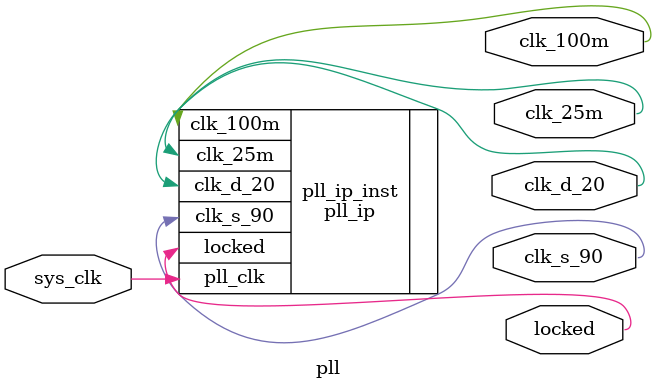
<source format=v>

module pll(
    input   wire sys_clk,
    output  wire clk_100m,
    output  wire clk_25m,
    output  wire clk_s_90,
    output  wire clk_d_20,
    output  wire locked
    );

pll_ip pll_ip_inst
(
    // Clock out ports
    .clk_100m   (clk_100m),     // output clk_100m
    .clk_25m    (clk_25m),     // output clk_25m
    .clk_s_90   (clk_s_90),     // output clk_s_90
    .clk_d_20   (clk_d_20),     // output clk_d_20
    // Status and control signals
    .locked     (locked),       // output locked
    // Clock in ports
    .pll_clk    (sys_clk));      // input pll_clk

endmodule

</source>
